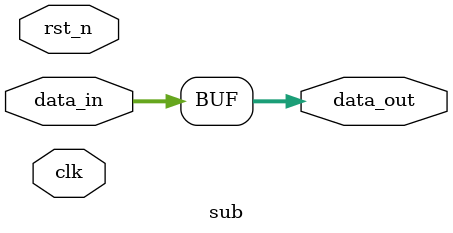
<source format=sv>
module sub(
    input  logic        clk,
    input  logic        rst_n,
    input  logic [7:0]  data_in,
    output logic [7:0]  data_out
);
    assign data_out = data_in;
endmodule

</source>
